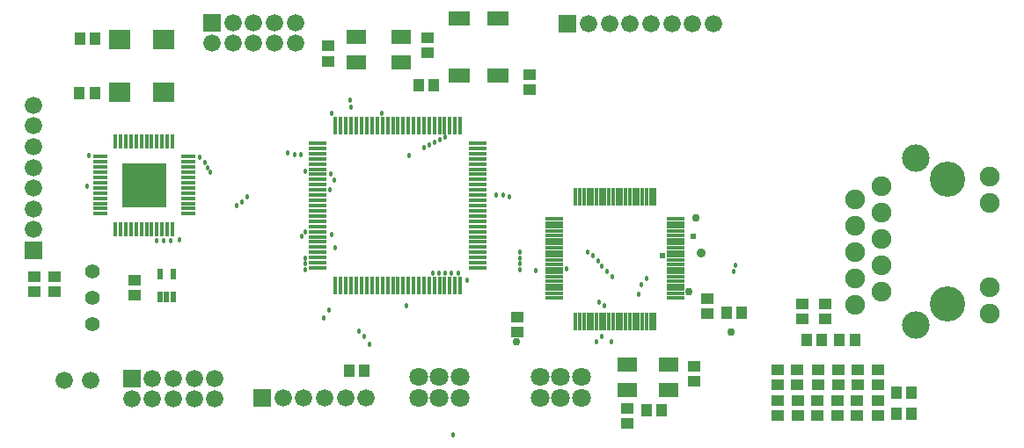
<source format=gts>
%FSLAX23Y23*%
%MOIN*%
G04 EasyPC Gerber Version 16.0.6 Build 3249 *
%ADD94R,0.01584X0.06506*%
%ADD97R,0.01781X0.05718*%
%ADD91R,0.01781X0.06506*%
%ADD101R,0.01978X0.03946*%
%ADD19R,0.04340X0.04931*%
%ADD99R,0.16939X0.16939*%
%ADD71R,0.06600X0.06600*%
%ADD11C,0.01800*%
%ADD13C,0.02400*%
%ADD12C,0.03000*%
%ADD106C,0.03500*%
%ADD20C,0.05521*%
%ADD70C,0.06600*%
%ADD17C,0.07096*%
%ADD14C,0.07490*%
%ADD107C,0.10443*%
%ADD16C,0.13395*%
%ADD93R,0.06506X0.01584*%
%ADD98R,0.05718X0.01781*%
%ADD92R,0.06506X0.01781*%
%ADD18R,0.04931X0.04340*%
%ADD95R,0.07687X0.05324*%
%ADD96R,0.08080X0.05718*%
%ADD100R,0.08474X0.07687*%
X0Y0D02*
D02*
D11*
X361Y1470D03*
X366Y1585D03*
X622Y1262D03*
X648Y1261D03*
X677D03*
X711Y1265D03*
X786Y1580D03*
X806Y1560D03*
X815Y1540D03*
X827Y1521D03*
X926Y1395D03*
X946Y1410D03*
X966Y1430D03*
X1121Y1595D03*
X1146Y1590D03*
X1171D03*
X1172Y1279D03*
X1185Y1174D03*
X1186Y1151D03*
Y1197D03*
Y1295D03*
Y1525D03*
X1256Y970D03*
X1276Y1000D03*
X1281Y1455D03*
X1283Y1515D03*
X1286Y1285D03*
Y1745D03*
X1297Y1493D03*
X1301Y1235D03*
X1356Y1795D03*
X1361Y1770D03*
X1391Y920D03*
X1411Y900D03*
X1431Y870D03*
X1476Y1745D03*
X1571Y1015D03*
X1581Y1585D03*
X1636Y1615D03*
X1656Y1625D03*
X1669Y1138D03*
X1676Y1635D03*
X1692Y1138D03*
X1696Y1645D03*
X1716Y1140D03*
Y1655D03*
X1741Y1140D03*
X1746Y525D03*
X1767Y1139D03*
X1801Y1113D03*
X1911Y1435D03*
X1936D03*
X1961Y1430D03*
X2001Y1153D03*
Y1175D03*
Y1197D03*
Y1220D03*
X2061Y1150D03*
X2176Y1155D03*
X2256Y1220D03*
X2276Y1205D03*
X2291Y880D03*
X2296Y1185D03*
X2301Y1030D03*
X2311Y900D03*
Y1165D03*
X2321Y1015D03*
X2331Y1145D03*
X2346Y880D03*
X2351Y1125D03*
X2451Y1060D03*
X2461Y1095D03*
X2481Y1120D03*
X2811Y1145D03*
X2816Y1170D03*
X2976Y770D03*
X3051Y765D03*
X3121D03*
X3206Y770D03*
X3281Y765D03*
X3356Y770D03*
D02*
D12*
X1986Y880D03*
X2641Y1070D03*
X2666Y1350D03*
X2801Y915D03*
D02*
D13*
X2541Y1205D03*
X2656Y1280D03*
D02*
D14*
X3271Y1020D03*
Y1120D03*
Y1220D03*
Y1320D03*
Y1420D03*
X3371Y1070D03*
Y1170D03*
Y1270D03*
Y1370D03*
Y1470D03*
X3781Y985D03*
Y1085D03*
Y1407D03*
Y1507D03*
D02*
D16*
X3621Y1021D03*
Y1495D03*
D02*
D17*
X1615Y667D03*
Y745D03*
X1694Y667D03*
Y745D03*
X1772Y667D03*
Y745D03*
X2075Y667D03*
Y745D03*
X2154Y667D03*
Y745D03*
X2232Y667D03*
Y745D03*
D02*
D18*
X160Y1070D03*
Y1127D03*
X235Y1070D03*
Y1127D03*
X540Y1055D03*
Y1112D03*
X1272Y1943D03*
Y2001D03*
X1650Y1975D03*
Y2032D03*
X1990Y915D03*
Y972D03*
X2035Y1835D03*
Y1892D03*
X2405Y570D03*
Y627D03*
X2660Y730D03*
Y787D03*
X2710Y985D03*
Y1042D03*
X2975Y715D03*
Y772D03*
X2977Y598D03*
Y656D03*
X3050Y715D03*
Y772D03*
X3052Y598D03*
Y656D03*
X3070Y965D03*
Y1022D03*
X3127Y598D03*
Y656D03*
X3130Y715D03*
Y772D03*
X3155Y965D03*
Y1022D03*
X3202Y598D03*
Y656D03*
X3205Y715D03*
Y772D03*
X3277Y598D03*
Y656D03*
X3280Y715D03*
Y772D03*
X3355Y715D03*
Y772D03*
X3357Y598D03*
Y656D03*
D02*
D19*
X331Y1821D03*
X334Y2029D03*
X388Y1821D03*
X391Y2029D03*
X1354Y769D03*
X1411D03*
X1616Y1851D03*
X1673D03*
X2479Y619D03*
X2536D03*
X2784Y989D03*
X2841D03*
X3086Y886D03*
X3143D03*
X3211D03*
X3268D03*
X3426Y606D03*
Y686D03*
X3483Y606D03*
Y686D03*
D02*
D70*
X155Y1304D03*
Y1383D03*
Y1462D03*
Y1540D03*
Y1619D03*
Y1698D03*
Y1777D03*
X273Y731D03*
X373D03*
X529Y662D03*
X607D03*
Y740D03*
X686Y662D03*
Y740D03*
X765Y662D03*
Y740D03*
X834Y2012D03*
X843Y662D03*
Y740D03*
X912Y2012D03*
Y2090D03*
X991Y2012D03*
Y2090D03*
X1070Y2012D03*
Y2090D03*
X1102Y665D03*
X1148Y2012D03*
Y2090D03*
X1181Y665D03*
X1260D03*
X1339D03*
X1417D03*
X2260Y2087D03*
X2338D03*
X2417D03*
X2496D03*
X2575D03*
X2653D03*
X2732D03*
D02*
D71*
X155Y1225D03*
X529Y740D03*
X834Y2090D03*
X1024Y665D03*
X2181Y2087D03*
D02*
D20*
X381Y945D03*
Y1045D03*
Y1145D03*
D02*
D91*
X1301Y1092D03*
Y1699D03*
X1321Y1092D03*
Y1699D03*
X1340Y1092D03*
Y1699D03*
X1360Y1092D03*
Y1699D03*
X1380Y1092D03*
Y1699D03*
X1400Y1092D03*
Y1699D03*
X1419Y1092D03*
Y1699D03*
X1439Y1092D03*
Y1699D03*
X1459Y1092D03*
Y1699D03*
X1478Y1092D03*
Y1699D03*
X1498Y1092D03*
Y1699D03*
X1518Y1092D03*
Y1699D03*
X1537Y1092D03*
Y1699D03*
X1557Y1092D03*
Y1699D03*
X1577Y1092D03*
Y1699D03*
X1596Y1092D03*
Y1699D03*
X1616Y1092D03*
Y1699D03*
X1636Y1092D03*
Y1699D03*
X1655Y1092D03*
Y1699D03*
X1675Y1092D03*
Y1699D03*
X1695Y1092D03*
Y1699D03*
X1714Y1092D03*
Y1699D03*
X1734Y1092D03*
Y1699D03*
X1754Y1092D03*
Y1699D03*
X1774Y1092D03*
Y1699D03*
D02*
D92*
X1234Y1159D03*
Y1179D03*
Y1199D03*
Y1218D03*
Y1238D03*
Y1258D03*
Y1277D03*
Y1297D03*
Y1317D03*
Y1336D03*
Y1356D03*
Y1376D03*
Y1395D03*
Y1415D03*
Y1435D03*
Y1454D03*
Y1474D03*
Y1494D03*
Y1514D03*
Y1533D03*
Y1553D03*
Y1573D03*
Y1592D03*
Y1612D03*
Y1632D03*
X1840Y1159D03*
Y1179D03*
Y1199D03*
Y1218D03*
Y1238D03*
Y1258D03*
Y1277D03*
Y1297D03*
Y1317D03*
Y1336D03*
Y1356D03*
Y1376D03*
Y1395D03*
Y1415D03*
Y1435D03*
Y1454D03*
Y1474D03*
Y1494D03*
Y1514D03*
Y1533D03*
Y1553D03*
Y1573D03*
Y1592D03*
Y1612D03*
Y1632D03*
D02*
D93*
X2129Y1046D03*
Y1062D03*
Y1078D03*
Y1093D03*
Y1109D03*
Y1125D03*
Y1141D03*
Y1156D03*
Y1172D03*
Y1188D03*
Y1204D03*
Y1219D03*
Y1235D03*
Y1251D03*
Y1267D03*
Y1282D03*
Y1298D03*
Y1314D03*
Y1330D03*
Y1345D03*
X2589Y1046D03*
Y1062D03*
Y1078D03*
Y1093D03*
Y1109D03*
Y1125D03*
Y1141D03*
Y1156D03*
Y1172D03*
Y1188D03*
Y1204D03*
Y1219D03*
Y1235D03*
Y1251D03*
Y1267D03*
Y1282D03*
Y1298D03*
Y1314D03*
Y1330D03*
Y1345D03*
D02*
D94*
X2211Y956D03*
Y1428D03*
X2227Y956D03*
Y1428D03*
X2243Y956D03*
Y1428D03*
X2259Y956D03*
Y1428D03*
X2274Y956D03*
Y1428D03*
X2290Y956D03*
Y1428D03*
X2306Y956D03*
Y1428D03*
X2321Y956D03*
Y1428D03*
X2337Y956D03*
Y1428D03*
X2353Y956D03*
Y1428D03*
X2369Y956D03*
Y1428D03*
X2384Y956D03*
Y1428D03*
X2400Y956D03*
Y1428D03*
X2416Y956D03*
Y1428D03*
X2432Y956D03*
Y1428D03*
X2447Y956D03*
Y1428D03*
X2463Y956D03*
Y1428D03*
X2479Y956D03*
Y1428D03*
X2495Y956D03*
Y1428D03*
X2510Y956D03*
Y1428D03*
D02*
D95*
X1378Y1940D03*
Y2034D03*
X1551Y1940D03*
Y2034D03*
X2406Y696D03*
Y791D03*
X2563Y696D03*
Y791D03*
D02*
D96*
X1768Y1890D03*
Y2107D03*
X1917Y1890D03*
Y2107D03*
D02*
D97*
X467Y1305D03*
Y1640D03*
X486Y1305D03*
Y1640D03*
X506Y1305D03*
Y1640D03*
X526Y1305D03*
Y1640D03*
X545Y1305D03*
Y1640D03*
X565Y1305D03*
Y1640D03*
X585Y1305D03*
Y1640D03*
X604Y1305D03*
Y1640D03*
X624Y1305D03*
Y1640D03*
X644Y1305D03*
Y1640D03*
X664Y1305D03*
Y1640D03*
X683Y1305D03*
Y1640D03*
D02*
D98*
X408Y1364D03*
Y1384D03*
Y1403D03*
Y1423D03*
Y1443D03*
Y1463D03*
Y1482D03*
Y1502D03*
Y1522D03*
Y1541D03*
Y1561D03*
Y1581D03*
X742Y1364D03*
Y1384D03*
Y1403D03*
Y1423D03*
Y1443D03*
Y1463D03*
Y1482D03*
Y1502D03*
Y1522D03*
Y1541D03*
Y1561D03*
Y1581D03*
D02*
D99*
X575Y1472D03*
D02*
D100*
X482Y1824D03*
Y2024D03*
X648Y1824D03*
Y2024D03*
D02*
D101*
X635Y1050D03*
Y1136D03*
X661Y1050D03*
X687D03*
Y1136D03*
D02*
D106*
X2685Y1217D03*
D02*
D107*
X3501Y941D03*
Y1575D03*
X0Y0D02*
M02*

</source>
